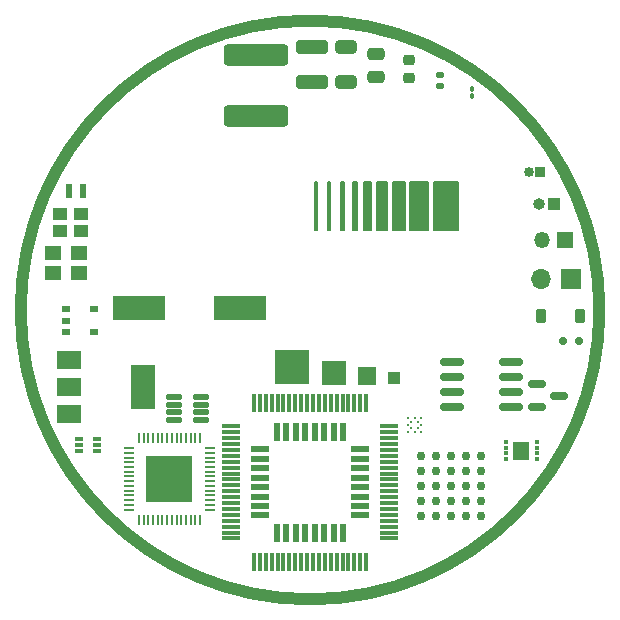
<source format=gbr>
%TF.GenerationSoftware,KiCad,Pcbnew,(7.0.0)*%
%TF.CreationDate,2024-12-03T23:26:00+05:30*%
%TF.ProjectId,IEEE CAS Logo,49454545-2043-4415-9320-4c6f676f2e6b,rev?*%
%TF.SameCoordinates,Original*%
%TF.FileFunction,Soldermask,Top*%
%TF.FilePolarity,Negative*%
%FSLAX46Y46*%
G04 Gerber Fmt 4.6, Leading zero omitted, Abs format (unit mm)*
G04 Created by KiCad (PCBNEW (7.0.0)) date 2024-12-03 23:26:00*
%MOMM*%
%LPD*%
G01*
G04 APERTURE LIST*
G04 Aperture macros list*
%AMRoundRect*
0 Rectangle with rounded corners*
0 $1 Rounding radius*
0 $2 $3 $4 $5 $6 $7 $8 $9 X,Y pos of 4 corners*
0 Add a 4 corners polygon primitive as box body*
4,1,4,$2,$3,$4,$5,$6,$7,$8,$9,$2,$3,0*
0 Add four circle primitives for the rounded corners*
1,1,$1+$1,$2,$3*
1,1,$1+$1,$4,$5*
1,1,$1+$1,$6,$7*
1,1,$1+$1,$8,$9*
0 Add four rect primitives between the rounded corners*
20,1,$1+$1,$2,$3,$4,$5,0*
20,1,$1+$1,$4,$5,$6,$7,0*
20,1,$1+$1,$6,$7,$8,$9,0*
20,1,$1+$1,$8,$9,$2,$3,0*%
G04 Aperture macros list end*
%ADD10C,0.200000*%
%ADD11C,1.000000*%
%ADD12R,2.000000X2.000000*%
%ADD13RoundRect,0.140000X-0.170000X0.140000X-0.170000X-0.140000X0.170000X-0.140000X0.170000X0.140000X0*%
%ADD14C,0.200000*%
%ADD15RoundRect,0.150000X-0.825000X-0.150000X0.825000X-0.150000X0.825000X0.150000X-0.825000X0.150000X0*%
%ADD16R,1.350000X1.350000*%
%ADD17O,1.350000X1.350000*%
%ADD18R,1.500000X1.500000*%
%ADD19R,1.000000X1.000000*%
%ADD20O,1.000000X1.000000*%
%ADD21R,1.600000X0.550000*%
%ADD22R,0.550000X1.600000*%
%ADD23RoundRect,0.225000X-0.250000X0.225000X-0.250000X-0.225000X0.250000X-0.225000X0.250000X0.225000X0*%
%ADD24R,1.150000X1.000000*%
%ADD25RoundRect,0.125000X-0.537500X-0.125000X0.537500X-0.125000X0.537500X0.125000X-0.537500X0.125000X0*%
%ADD26RoundRect,0.225000X-0.225000X-0.375000X0.225000X-0.375000X0.225000X0.375000X-0.225000X0.375000X0*%
%ADD27R,0.600000X1.200000*%
%ADD28RoundRect,0.150000X0.150000X0.200000X-0.150000X0.200000X-0.150000X-0.200000X0.150000X-0.200000X0*%
%ADD29R,1.500000X0.300000*%
%ADD30R,0.300000X1.500000*%
%ADD31RoundRect,0.050000X-0.350000X-0.050000X0.350000X-0.050000X0.350000X0.050000X-0.350000X0.050000X0*%
%ADD32RoundRect,0.050000X-0.050000X-0.350000X0.050000X-0.350000X0.050000X0.350000X-0.050000X0.350000X0*%
%ADD33R,4.000000X4.000000*%
%ADD34R,4.500000X2.000000*%
%ADD35R,0.850000X0.850000*%
%ADD36O,0.850000X0.850000*%
%ADD37R,2.000000X1.500000*%
%ADD38R,2.000000X3.800000*%
%ADD39RoundRect,0.250000X-0.650000X0.325000X-0.650000X-0.325000X0.650000X-0.325000X0.650000X0.325000X0*%
%ADD40C,0.750000*%
%ADD41R,0.400000X0.300000*%
%ADD42R,1.400000X1.600000*%
%ADD43R,0.800000X0.600000*%
%ADD44RoundRect,0.250000X-1.100000X0.325000X-1.100000X-0.325000X1.100000X-0.325000X1.100000X0.325000X0*%
%ADD45RoundRect,0.150000X-0.587500X-0.150000X0.587500X-0.150000X0.587500X0.150000X-0.587500X0.150000X0*%
%ADD46RoundRect,0.250000X-2.450000X0.650000X-2.450000X-0.650000X2.450000X-0.650000X2.450000X0.650000X0*%
%ADD47R,3.000000X3.000000*%
%ADD48R,1.700000X1.700000*%
%ADD49O,1.700000X1.700000*%
%ADD50R,1.400000X1.200000*%
%ADD51RoundRect,0.100000X-0.100000X0.130000X-0.100000X-0.130000X0.100000X-0.130000X0.100000X0.130000X0*%
%ADD52R,0.700000X0.340000*%
%ADD53RoundRect,0.250000X-0.475000X0.250000X-0.475000X-0.250000X0.475000X-0.250000X0.475000X0.250000X0*%
G04 APERTURE END LIST*
D10*
X141450000Y-90200000D02*
X141600000Y-90200000D01*
X141600000Y-90200000D02*
X141600000Y-94200000D01*
X141600000Y-94200000D02*
X141450000Y-94200000D01*
X141450000Y-94200000D02*
X141450000Y-90200000D01*
G36*
X141450000Y-90200000D02*
G01*
X141600000Y-90200000D01*
X141600000Y-94200000D01*
X141450000Y-94200000D01*
X141450000Y-90200000D01*
G37*
X151500000Y-90200000D02*
X153500000Y-90200000D01*
X153500000Y-90200000D02*
X153500000Y-94200000D01*
X153500000Y-94200000D02*
X151500000Y-94200000D01*
X151500000Y-94200000D02*
X151500000Y-90200000D01*
G36*
X151500000Y-90200000D02*
G01*
X153500000Y-90200000D01*
X153500000Y-94200000D01*
X151500000Y-94200000D01*
X151500000Y-90200000D01*
G37*
X149500000Y-90200000D02*
X151000000Y-90200000D01*
X151000000Y-90200000D02*
X151000000Y-94200000D01*
X151000000Y-94200000D02*
X149500000Y-94200000D01*
X149500000Y-94200000D02*
X149500000Y-90200000D01*
G36*
X149500000Y-90200000D02*
G01*
X151000000Y-90200000D01*
X151000000Y-94200000D01*
X149500000Y-94200000D01*
X149500000Y-90200000D01*
G37*
X146700000Y-90200000D02*
X147500000Y-90200000D01*
X147500000Y-90200000D02*
X147500000Y-94200000D01*
X147500000Y-94200000D02*
X146700000Y-94200000D01*
X146700000Y-94200000D02*
X146700000Y-90200000D01*
G36*
X146700000Y-90200000D02*
G01*
X147500000Y-90200000D01*
X147500000Y-94200000D01*
X146700000Y-94200000D01*
X146700000Y-90200000D01*
G37*
X144600000Y-90200000D02*
X145000000Y-90200000D01*
X145000000Y-90200000D02*
X145000000Y-94200000D01*
X145000000Y-94200000D02*
X144600000Y-94200000D01*
X144600000Y-94200000D02*
X144600000Y-90200000D01*
G36*
X144600000Y-90200000D02*
G01*
X145000000Y-90200000D01*
X145000000Y-94200000D01*
X144600000Y-94200000D01*
X144600000Y-90200000D01*
G37*
X148000000Y-90200000D02*
X149000000Y-90200000D01*
X149000000Y-90200000D02*
X149000000Y-94200000D01*
X149000000Y-94200000D02*
X148000000Y-94200000D01*
X148000000Y-94200000D02*
X148000000Y-90200000D01*
G36*
X148000000Y-90200000D02*
G01*
X149000000Y-90200000D01*
X149000000Y-94200000D01*
X148000000Y-94200000D01*
X148000000Y-90200000D01*
G37*
D11*
X165500000Y-101000000D02*
G75*
G03*
X165500000Y-101000000I-24500000J0D01*
G01*
D10*
X142500000Y-90200000D02*
X142700000Y-90200000D01*
X142700000Y-90200000D02*
X142700000Y-94200000D01*
X142700000Y-94200000D02*
X142500000Y-94200000D01*
X142500000Y-94200000D02*
X142500000Y-90200000D01*
G36*
X142500000Y-90200000D02*
G01*
X142700000Y-90200000D01*
X142700000Y-94200000D01*
X142500000Y-94200000D01*
X142500000Y-90200000D01*
G37*
X143600000Y-90200000D02*
X143900000Y-90200000D01*
X143900000Y-90200000D02*
X143900000Y-94200000D01*
X143900000Y-94200000D02*
X143600000Y-94200000D01*
X143600000Y-94200000D02*
X143600000Y-90200000D01*
G36*
X143600000Y-90200000D02*
G01*
X143900000Y-90200000D01*
X143900000Y-94200000D01*
X143600000Y-94200000D01*
X143600000Y-90200000D01*
G37*
X145600000Y-90200000D02*
X146200000Y-90200000D01*
X146200000Y-90200000D02*
X146200000Y-94200000D01*
X146200000Y-94200000D02*
X145600000Y-94200000D01*
X145600000Y-94200000D02*
X145600000Y-90200000D01*
G36*
X145600000Y-90200000D02*
G01*
X146200000Y-90200000D01*
X146200000Y-94200000D01*
X145600000Y-94200000D01*
X145600000Y-90200000D01*
G37*
D12*
%TO.C,REF\u002A\u002A*%
X142999999Y-106299999D03*
%TD*%
D13*
%TO.C,REF\u002A\u002A*%
X152000000Y-81090000D03*
X152000000Y-82050000D03*
%TD*%
D14*
%TO.C,REF\u002A\u002A*%
X149299000Y-111318250D03*
X149299000Y-110752250D03*
X149299000Y-110186250D03*
X149582000Y-111035250D03*
X149582000Y-110469250D03*
X149865000Y-111318250D03*
X149865000Y-110186250D03*
X150148000Y-111035250D03*
X150148000Y-110469250D03*
X150431000Y-111318250D03*
X150431000Y-110752250D03*
X150431000Y-110186250D03*
%TD*%
D15*
%TO.C,REF\u002A\u002A*%
X153025000Y-105395000D03*
X153025000Y-106665000D03*
X153025000Y-107935000D03*
X153025000Y-109205000D03*
X157975000Y-109205000D03*
X157975000Y-107935000D03*
X157975000Y-106665000D03*
X157975000Y-105395000D03*
%TD*%
D16*
%TO.C,REF\u002A\u002A*%
X162599999Y-95099999D03*
D17*
X160599999Y-95099999D03*
%TD*%
D18*
%TO.C,REF\u002A\u002A*%
X145799999Y-106599999D03*
%TD*%
D19*
%TO.C,REF\u002A\u002A*%
X161649999Y-91999999D03*
D20*
X160379999Y-91999999D03*
%TD*%
D21*
%TO.C,REF\u002A\u002A*%
X136749999Y-112799999D03*
X136749999Y-113599999D03*
X136749999Y-114399999D03*
X136749999Y-115199999D03*
X136749999Y-115999999D03*
X136749999Y-116799999D03*
X136749999Y-117599999D03*
X136749999Y-118399999D03*
D22*
X138199999Y-119849999D03*
X138999999Y-119849999D03*
X139799999Y-119849999D03*
X140599999Y-119849999D03*
X141399999Y-119849999D03*
X142199999Y-119849999D03*
X142999999Y-119849999D03*
X143799999Y-119849999D03*
D21*
X145249999Y-118399999D03*
X145249999Y-117599999D03*
X145249999Y-116799999D03*
X145249999Y-115999999D03*
X145249999Y-115199999D03*
X145249999Y-114399999D03*
X145249999Y-113599999D03*
X145249999Y-112799999D03*
D22*
X143799999Y-111349999D03*
X142999999Y-111349999D03*
X142199999Y-111349999D03*
X141399999Y-111349999D03*
X140599999Y-111349999D03*
X139799999Y-111349999D03*
X138999999Y-111349999D03*
X138199999Y-111349999D03*
%TD*%
D23*
%TO.C,REF\u002A\u002A*%
X149365000Y-79825000D03*
X149365000Y-81375000D03*
%TD*%
D24*
%TO.C,REF\u002A\u002A*%
X119824999Y-94299999D03*
X121574999Y-94299999D03*
X121574999Y-92899999D03*
X119824999Y-92899999D03*
%TD*%
D25*
%TO.C,REF\u002A\u002A*%
X129462500Y-108375000D03*
X129462500Y-109025000D03*
X129462500Y-109675000D03*
X129462500Y-110325000D03*
X131737500Y-110325000D03*
X131737500Y-109675000D03*
X131737500Y-109025000D03*
X131737500Y-108375000D03*
%TD*%
D26*
%TO.C,REF\u002A\u002A*%
X160550000Y-101500000D03*
X163850000Y-101500000D03*
%TD*%
D27*
%TO.C,REF\u002A\u002A*%
X120599999Y-90899999D03*
X121799999Y-90899999D03*
%TD*%
D28*
%TO.C,REF\u002A\u002A*%
X162400000Y-103600000D03*
X163800000Y-103600000D03*
%TD*%
D19*
%TO.C,REF\u002A\u002A*%
X148099999Y-106799999D03*
%TD*%
D29*
%TO.C,REF\u002A\u002A*%
X134299999Y-110849999D03*
X134299999Y-111349999D03*
X134299999Y-111849999D03*
X134299999Y-112349999D03*
X134299999Y-112849999D03*
X134299999Y-113349999D03*
X134299999Y-113849999D03*
X134299999Y-114349999D03*
X134299999Y-114849999D03*
X134299999Y-115349999D03*
X134299999Y-115849999D03*
X134299999Y-116349999D03*
X134299999Y-116849999D03*
X134299999Y-117349999D03*
X134299999Y-117849999D03*
X134299999Y-118349999D03*
X134299999Y-118849999D03*
X134299999Y-119349999D03*
X134299999Y-119849999D03*
X134299999Y-120349999D03*
D30*
X136249999Y-122299999D03*
X136749999Y-122299999D03*
X137249999Y-122299999D03*
X137749999Y-122299999D03*
X138249999Y-122299999D03*
X138749999Y-122299999D03*
X139249999Y-122299999D03*
X139749999Y-122299999D03*
X140249999Y-122299999D03*
X140749999Y-122299999D03*
X141249999Y-122299999D03*
X141749999Y-122299999D03*
X142249999Y-122299999D03*
X142749999Y-122299999D03*
X143249999Y-122299999D03*
X143749999Y-122299999D03*
X144249999Y-122299999D03*
X144749999Y-122299999D03*
X145249999Y-122299999D03*
X145749999Y-122299999D03*
D29*
X147699999Y-120349999D03*
X147699999Y-119849999D03*
X147699999Y-119349999D03*
X147699999Y-118849999D03*
X147699999Y-118349999D03*
X147699999Y-117849999D03*
X147699999Y-117349999D03*
X147699999Y-116849999D03*
X147699999Y-116349999D03*
X147699999Y-115849999D03*
X147699999Y-115349999D03*
X147699999Y-114849999D03*
X147699999Y-114349999D03*
X147699999Y-113849999D03*
X147699999Y-113349999D03*
X147699999Y-112849999D03*
X147699999Y-112349999D03*
X147699999Y-111849999D03*
X147699999Y-111349999D03*
X147699999Y-110849999D03*
D30*
X145749999Y-108899999D03*
X145249999Y-108899999D03*
X144749999Y-108899999D03*
X144249999Y-108899999D03*
X143749999Y-108899999D03*
X143249999Y-108899999D03*
X142749999Y-108899999D03*
X142249999Y-108899999D03*
X141749999Y-108899999D03*
X141249999Y-108899999D03*
X140749999Y-108899999D03*
X140249999Y-108899999D03*
X139749999Y-108899999D03*
X139249999Y-108899999D03*
X138749999Y-108899999D03*
X138249999Y-108899999D03*
X137749999Y-108899999D03*
X137249999Y-108899999D03*
X136749999Y-108899999D03*
X136249999Y-108899999D03*
%TD*%
D31*
%TO.C,REF\u002A\u002A*%
X125650000Y-112700000D03*
X125650000Y-113100000D03*
X125650000Y-113500000D03*
X125650000Y-113900000D03*
X125650000Y-114300000D03*
X125650000Y-114700000D03*
X125650000Y-115100000D03*
X125650000Y-115500000D03*
X125650000Y-115900000D03*
X125650000Y-116300000D03*
X125650000Y-116700000D03*
X125650000Y-117100000D03*
X125650000Y-117500000D03*
X125650000Y-117900000D03*
D32*
X126500000Y-118750000D03*
X126900000Y-118750000D03*
X127300000Y-118750000D03*
X127700000Y-118750000D03*
X128100000Y-118750000D03*
X128500000Y-118750000D03*
X128900000Y-118750000D03*
X129300000Y-118750000D03*
X129700000Y-118750000D03*
X130100000Y-118750000D03*
X130500000Y-118750000D03*
X130900000Y-118750000D03*
X131300000Y-118750000D03*
X131700000Y-118750000D03*
D31*
X132550000Y-117900000D03*
X132550000Y-117500000D03*
X132550000Y-117100000D03*
X132550000Y-116700000D03*
X132550000Y-116300000D03*
X132550000Y-115900000D03*
X132550000Y-115500000D03*
X132550000Y-115100000D03*
X132550000Y-114700000D03*
X132550000Y-114300000D03*
X132550000Y-113900000D03*
X132550000Y-113500000D03*
X132550000Y-113100000D03*
X132550000Y-112700000D03*
D32*
X131700000Y-111850000D03*
X131300000Y-111850000D03*
X130900000Y-111850000D03*
X130500000Y-111850000D03*
X130100000Y-111850000D03*
X129700000Y-111850000D03*
X129300000Y-111850000D03*
X128900000Y-111850000D03*
X128500000Y-111850000D03*
X128100000Y-111850000D03*
X127700000Y-111850000D03*
X127300000Y-111850000D03*
X126900000Y-111850000D03*
X126500000Y-111850000D03*
D33*
X129099999Y-115299999D03*
%TD*%
D34*
%TO.C,REF\u002A\u002A*%
X126549999Y-100799999D03*
X135049999Y-100799999D03*
%TD*%
D35*
%TO.C,REF\u002A\u002A*%
X160499999Y-89299999D03*
D36*
X159499999Y-89299999D03*
%TD*%
D37*
%TO.C,REF\u002A\u002A*%
X120549999Y-105199999D03*
X120549999Y-107499999D03*
X120549999Y-109799999D03*
D38*
X126849999Y-107499999D03*
%TD*%
D39*
%TO.C,REF\u002A\u002A*%
X144050000Y-78775000D03*
X144050000Y-81725000D03*
%TD*%
D40*
%TO.C,REF\u002A\u002A*%
X150360000Y-113360000D03*
X151630000Y-113360000D03*
X152900000Y-113360000D03*
X154170000Y-113360000D03*
X155440000Y-113360000D03*
X150360000Y-114630000D03*
X151630000Y-114630000D03*
X152900000Y-114630000D03*
X154170000Y-114630000D03*
X155440000Y-114630000D03*
X150360000Y-115900000D03*
X151630000Y-115900000D03*
X152900000Y-115900000D03*
X154170000Y-115900000D03*
X155440000Y-115900000D03*
X150360000Y-117170000D03*
X151630000Y-117170000D03*
X152900000Y-117170000D03*
X154170000Y-117170000D03*
X155440000Y-117170000D03*
X150360000Y-118440000D03*
X151630000Y-118440000D03*
X152900000Y-118440000D03*
X154170000Y-118440000D03*
X155440000Y-118440000D03*
%TD*%
D41*
%TO.C,REF\u002A\u002A*%
X157599999Y-112149999D03*
X157599999Y-112649999D03*
X157599999Y-113149999D03*
X157599999Y-113649999D03*
X160198039Y-113650424D03*
X160198039Y-113150424D03*
X160198039Y-112650424D03*
X160198039Y-112150424D03*
D42*
X158902999Y-112911999D03*
%TD*%
D43*
%TO.C,IC\u002A\u002A*%
X120299999Y-100949999D03*
X120299999Y-101899999D03*
X120299999Y-102849999D03*
X122699999Y-102849999D03*
X122699999Y-100949999D03*
%TD*%
D44*
%TO.C,REF\u002A\u002A*%
X141150000Y-78775000D03*
X141150000Y-81725000D03*
%TD*%
D45*
%TO.C,REF\u002A\u002A*%
X160200000Y-107300000D03*
X160200000Y-109200000D03*
X162075000Y-108250000D03*
%TD*%
D46*
%TO.C,REF\u002A\u002A*%
X136400000Y-79450000D03*
X136400000Y-84550000D03*
%TD*%
D47*
%TO.C,REF\u002A\u002A*%
X139499999Y-105799999D03*
%TD*%
D48*
%TO.C,REF\u002A\u002A*%
X163074999Y-98399999D03*
D49*
X160534999Y-98399999D03*
%TD*%
D50*
%TO.C,REF\u002A\u002A*%
X119199999Y-97849999D03*
X121399999Y-97849999D03*
X121399999Y-96149999D03*
X119199999Y-96149999D03*
%TD*%
D51*
%TO.C,REF\u002A\u002A*%
X154700000Y-82280000D03*
X154700000Y-82920000D03*
%TD*%
D52*
%TO.C,REF\u002A\u002A*%
X121449999Y-111899999D03*
X121449999Y-112399999D03*
X121449999Y-112899999D03*
X122949999Y-112899999D03*
X122949999Y-112399999D03*
X122949999Y-111899999D03*
%TD*%
D53*
%TO.C,REF\u002A\u002A*%
X146550000Y-79350000D03*
X146550000Y-81250000D03*
%TD*%
M02*

</source>
